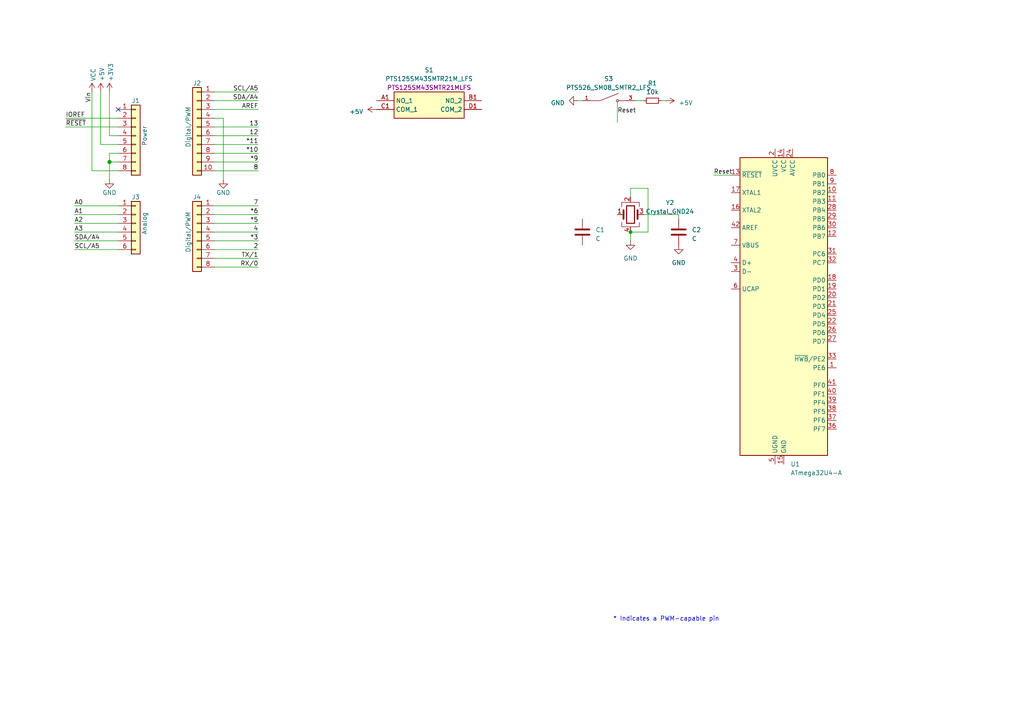
<source format=kicad_sch>
(kicad_sch (version 20230121) (generator eeschema)
  (paper "A4")
  (title_block (date "mar. 31 mars 2015"))
  (lib_symbols
    (symbol "+5V_1" (power) (pin_names (offset 0))
      (property "Value" "+5V_1" (at 0 3.556 0))
      (symbol "+5V_1_0_1"
        (polyline (pts (xy -0.762 1.27) (xy 0 2.54)))
        (polyline (pts (xy 0 0) (xy 0 2.54)))
        (polyline (pts (xy 0 2.54) (xy 0.762 1.27)))
      )
      (symbol "+5V_1_1_1"
        (pin power_in line (at 0 0 90) (length 0) hide (name "+5V") (number "1"))
      )
    )
    (symbol "+5V_2" (power) (pin_names (offset 0))
      (property "Value" "+5V_2" (at 0 3.556 0))
      (symbol "+5V_2_0_1"
        (polyline (pts (xy -0.762 1.27) (xy 0 2.54)))
        (polyline (pts (xy 0 0) (xy 0 2.54)))
        (polyline (pts (xy 0 2.54) (xy 0.762 1.27)))
      )
      (symbol "+5V_2_1_1"
        (pin power_in line (at 0 0 90) (length 0) hide (name "+5V") (number "1"))
      )
    )
    (symbol "Connector_Generic:Conn_01x06" (pin_names (offset 1.016) hide)
      (property "Reference" "J" (at 0 7.62 0))
      (property "Value" "Conn_01x06" (at 0 -10.16 0))
      (symbol "Conn_01x06_1_1"
        (rectangle (start -1.27 -7.493) (end 0 -7.747) (stroke (width 0.1524)))
        (rectangle (start -1.27 -4.953) (end 0 -5.207) (stroke (width 0.1524)))
        (rectangle (start -1.27 -2.413) (end 0 -2.667) (stroke (width 0.1524)))
        (rectangle (start -1.27 0.127) (end 0 -0.127) (stroke (width 0.1524)))
        (rectangle (start -1.27 2.667) (end 0 2.413) (stroke (width 0.1524)))
        (rectangle (start -1.27 5.207) (end 0 4.953) (stroke (width 0.1524)))
        (rectangle (start -1.27 6.35) (end 1.27 -8.89) (stroke (width 0.254)) (fill (type background)))
        (pin passive line (at -5.08 5.08 0) (length 3.81) (name "Pin_1") (number "1"))
        (pin passive line (at -5.08 2.54 0) (length 3.81) (name "Pin_2") (number "2"))
        (pin passive line (at -5.08 0 0) (length 3.81) (name "Pin_3") (number "3"))
        (pin passive line (at -5.08 -2.54 0) (length 3.81) (name "Pin_4") (number "4"))
        (pin passive line (at -5.08 -5.08 0) (length 3.81) (name "Pin_5") (number "5"))
        (pin passive line (at -5.08 -7.62 0) (length 3.81) (name "Pin_6") (number "6"))
      )
    )
    (symbol "Connector_Generic:Conn_01x08" (pin_names (offset 1.016) hide)
      (property "Reference" "J" (at 0 10.16 0))
      (property "Value" "Conn_01x08" (at 0 -12.7 0))
      (symbol "Conn_01x08_1_1"
        (rectangle (start -1.27 -10.033) (end 0 -10.287) (stroke (width 0.1524)))
        (rectangle (start -1.27 -7.493) (end 0 -7.747) (stroke (width 0.1524)))
        (rectangle (start -1.27 -4.953) (end 0 -5.207) (stroke (width 0.1524)))
        (rectangle (start -1.27 -2.413) (end 0 -2.667) (stroke (width 0.1524)))
        (rectangle (start -1.27 0.127) (end 0 -0.127) (stroke (width 0.1524)))
        (rectangle (start -1.27 2.667) (end 0 2.413) (stroke (width 0.1524)))
        (rectangle (start -1.27 5.207) (end 0 4.953) (stroke (width 0.1524)))
        (rectangle (start -1.27 7.747) (end 0 7.493) (stroke (width 0.1524)))
        (rectangle (start -1.27 8.89) (end 1.27 -11.43) (stroke (width 0.254)) (fill (type background)))
        (pin passive line (at -5.08 7.62 0) (length 3.81) (name "Pin_1") (number "1"))
        (pin passive line (at -5.08 5.08 0) (length 3.81) (name "Pin_2") (number "2"))
        (pin passive line (at -5.08 2.54 0) (length 3.81) (name "Pin_3") (number "3"))
        (pin passive line (at -5.08 0 0) (length 3.81) (name "Pin_4") (number "4"))
        (pin passive line (at -5.08 -2.54 0) (length 3.81) (name "Pin_5") (number "5"))
        (pin passive line (at -5.08 -5.08 0) (length 3.81) (name "Pin_6") (number "6"))
        (pin passive line (at -5.08 -7.62 0) (length 3.81) (name "Pin_7") (number "7"))
        (pin passive line (at -5.08 -10.16 0) (length 3.81) (name "Pin_8") (number "8"))
      )
    )
    (symbol "Connector_Generic:Conn_01x10" (pin_names (offset 1.016) hide)
      (property "Reference" "J" (at 0 12.7 0))
      (property "Value" "Conn_01x10" (at 0 -15.24 0))
      (symbol "Conn_01x10_1_1"
        (rectangle (start -1.27 -12.573) (end 0 -12.827) (stroke (width 0.1524)))
        (rectangle (start -1.27 -10.033) (end 0 -10.287) (stroke (width 0.1524)))
        (rectangle (start -1.27 -7.493) (end 0 -7.747) (stroke (width 0.1524)))
        (rectangle (start -1.27 -4.953) (end 0 -5.207) (stroke (width 0.1524)))
        (rectangle (start -1.27 -2.413) (end 0 -2.667) (stroke (width 0.1524)))
        (rectangle (start -1.27 0.127) (end 0 -0.127) (stroke (width 0.1524)))
        (rectangle (start -1.27 2.667) (end 0 2.413) (stroke (width 0.1524)))
        (rectangle (start -1.27 5.207) (end 0 4.953) (stroke (width 0.1524)))
        (rectangle (start -1.27 7.747) (end 0 7.493) (stroke (width 0.1524)))
        (rectangle (start -1.27 10.287) (end 0 10.033) (stroke (width 0.1524)))
        (rectangle (start -1.27 11.43) (end 1.27 -13.97) (stroke (width 0.254)) (fill (type background)))
        (pin passive line (at -5.08 10.16 0) (length 3.81) (name "Pin_1") (number "1"))
        (pin passive line (at -5.08 -12.7 0) (length 3.81) (name "Pin_10") (number "10"))
        (pin passive line (at -5.08 7.62 0) (length 3.81) (name "Pin_2") (number "2"))
        (pin passive line (at -5.08 5.08 0) (length 3.81) (name "Pin_3") (number "3"))
        (pin passive line (at -5.08 2.54 0) (length 3.81) (name "Pin_4") (number "4"))
        (pin passive line (at -5.08 0 0) (length 3.81) (name "Pin_5") (number "5"))
        (pin passive line (at -5.08 -2.54 0) (length 3.81) (name "Pin_6") (number "6"))
        (pin passive line (at -5.08 -5.08 0) (length 3.81) (name "Pin_7") (number "7"))
        (pin passive line (at -5.08 -7.62 0) (length 3.81) (name "Pin_8") (number "8"))
        (pin passive line (at -5.08 -10.16 0) (length 3.81) (name "Pin_9") (number "9"))
      )
    )
    (symbol "Device:C" (pin_numbers hide) (pin_names (offset 0.254))
      (property "Reference" "C" (at 0.635 2.54 0))
      (property "Value" "C" (at 0.635 -2.54 0))
      (symbol "C_0_1"
        (polyline (pts (xy -2.032 -0.762) (xy 2.032 -0.762)) (stroke (width 0.508)))
        (polyline (pts (xy -2.032 0.762) (xy 2.032 0.762)) (stroke (width 0.508)))
      )
      (symbol "C_1_1"
        (pin passive line (at 0 3.81 270) (length 2.794) (name "~") (number "1"))
        (pin passive line (at 0 -3.81 90) (length 2.794) (name "~") (number "2"))
      )
    )
    (symbol "Device:Crystal_GND24" (pin_names (offset 1.016) hide)
      (property "Reference" "Y" (at 3.175 5.08 0))
      (property "Value" "Crystal_GND24" (at 3.175 3.175 0))
      (symbol "Crystal_GND24_0_1"
        (rectangle (start -1.143 2.54) (end 1.143 -2.54) (stroke (width 0.3048)))
        (polyline (pts (xy -2.54 0) (xy -2.032 0)))
        (polyline (pts (xy -2.032 -1.27) (xy -2.032 1.27)) (stroke (width 0.508)))
        (polyline (pts (xy 0 -3.81) (xy 0 -3.556)))
        (polyline (pts (xy 0 3.556) (xy 0 3.81)))
        (polyline (pts (xy 2.032 -1.27) (xy 2.032 1.27)) (stroke (width 0.508)))
        (polyline (pts (xy 2.032 0) (xy 2.54 0)))
        (polyline (pts (xy -2.54 -2.286) (xy -2.54 -3.556) (xy 2.54 -3.556) (xy 2.54 -2.286)))
        (polyline (pts (xy -2.54 2.286) (xy -2.54 3.556) (xy 2.54 3.556) (xy 2.54 2.286)))
      )
      (symbol "Crystal_GND24_1_1"
        (pin passive line (at -3.81 0 0) (length 1.27) (name "1") (number "1"))
        (pin passive line (at 0 5.08 270) (length 1.27) (name "2") (number "2"))
        (pin passive line (at 3.81 0 180) (length 1.27) (name "3") (number "3"))
        (pin passive line (at 0 -5.08 90) (length 1.27) (name "4") (number "4"))
      )
    )
    (symbol "Device:R_Small" (pin_numbers hide) (pin_names (offset 0.254) hide)
      (property "Reference" "R" (at 0.762 0.508 0))
      (property "Value" "R_Small" (at 0.762 -1.016 0))
      (symbol "R_Small_0_1"
        (rectangle (start -0.762 1.778) (end 0.762 -1.778) (stroke (width 0.2032)))
      )
      (symbol "R_Small_1_1"
        (pin passive line (at 0 2.54 270) (length 0.762) (name "~") (number "1"))
        (pin passive line (at 0 -2.54 90) (length 0.762) (name "~") (number "2"))
      )
    )
    (symbol "GND_1" (power) (pin_names (offset 0))
      (property "Value" "GND_1" (at 0 -3.81 0))
      (symbol "GND_1_0_1"
        (polyline (pts (xy 0 0) (xy 0 -1.27) (xy 1.27 -1.27) (xy 0 -2.54) (xy -1.27 -1.27) (xy 0 -1.27)))
      )
      (symbol "GND_1_1_1"
        (pin power_in line (at 0 0 270) (length 0) hide (name "GND") (number "1"))
      )
    )
    (symbol "GND_2" (power) (pin_names (offset 0))
      (property "Value" "GND_2" (at 0 -3.81 0))
      (symbol "GND_2_0_1"
        (polyline (pts (xy 0 0) (xy 0 -1.27) (xy 1.27 -1.27) (xy 0 -2.54) (xy -1.27 -1.27) (xy 0 -1.27)))
      )
      (symbol "GND_2_1_1"
        (pin power_in line (at 0 0 270) (length 0) hide (name "GND") (number "1"))
      )
    )
    (symbol "GND_3" (power) (pin_names (offset 0))
      (property "Value" "GND_3" (at 0 -3.81 0))
      (symbol "GND_3_0_1"
        (polyline (pts (xy 0 0) (xy 0 -1.27) (xy 1.27 -1.27) (xy 0 -2.54) (xy -1.27 -1.27) (xy 0 -1.27)))
      )
      (symbol "GND_3_1_1"
        (pin power_in line (at 0 0 270) (length 0) hide (name "GND") (number "1"))
      )
    )
    (symbol "MCU_Microchip_ATmega:ATmega32U4-A"
      (property "Reference" "U" (at -12.7 44.45 0))
      (property "Value" "ATmega32U4-A" (at 2.54 -44.45 0))
      (symbol "ATmega32U4-A_0_1"
        (rectangle (start -12.7 -43.18) (end 12.7 43.18) (stroke (width 0.254)) (fill (type background)))
      )
      (symbol "ATmega32U4-A_1_1"
        (pin bidirectional line (at 15.24 -17.78 180) (length 2.54) (name "PE6") (number "1"))
        (pin bidirectional line (at 15.24 33.02 180) (length 2.54) (name "PB2") (number "10"))
        (pin bidirectional line (at 15.24 30.48 180) (length 2.54) (name "PB3") (number "11"))
        (pin bidirectional line (at 15.24 20.32 180) (length 2.54) (name "PB7") (number "12"))
        (pin input line (at -15.24 38.1 0) (length 2.54) (name "~{RESET}") (number "13"))
        (pin power_in line (at 0 45.72 270) (length 2.54) (name "VCC") (number "14"))
        (pin power_in line (at 0 -45.72 90) (length 2.54) (name "GND") (number "15"))
        (pin output line (at -15.24 27.94 0) (length 2.54) (name "XTAL2") (number "16"))
        (pin input line (at -15.24 33.02 0) (length 2.54) (name "XTAL1") (number "17"))
        (pin bidirectional line (at 15.24 7.62 180) (length 2.54) (name "PD0") (number "18"))
        (pin bidirectional line (at 15.24 5.08 180) (length 2.54) (name "PD1") (number "19"))
        (pin power_in line (at -2.54 45.72 270) (length 2.54) (name "UVCC") (number "2"))
        (pin bidirectional line (at 15.24 2.54 180) (length 2.54) (name "PD2") (number "20"))
        (pin bidirectional line (at 15.24 0 180) (length 2.54) (name "PD3") (number "21"))
        (pin bidirectional line (at 15.24 -5.08 180) (length 2.54) (name "PD5") (number "22"))
        (pin passive line (at 0 -45.72 90) (length 2.54) hide (name "GND") (number "23"))
        (pin power_in line (at 2.54 45.72 270) (length 2.54) (name "AVCC") (number "24"))
        (pin bidirectional line (at 15.24 -2.54 180) (length 2.54) (name "PD4") (number "25"))
        (pin bidirectional line (at 15.24 -7.62 180) (length 2.54) (name "PD6") (number "26"))
        (pin bidirectional line (at 15.24 -10.16 180) (length 2.54) (name "PD7") (number "27"))
        (pin bidirectional line (at 15.24 27.94 180) (length 2.54) (name "PB4") (number "28"))
        (pin bidirectional line (at 15.24 25.4 180) (length 2.54) (name "PB5") (number "29"))
        (pin bidirectional line (at -15.24 10.16 0) (length 2.54) (name "D-") (number "3"))
        (pin bidirectional line (at 15.24 22.86 180) (length 2.54) (name "PB6") (number "30"))
        (pin bidirectional line (at 15.24 15.24 180) (length 2.54) (name "PC6") (number "31"))
        (pin bidirectional line (at 15.24 12.7 180) (length 2.54) (name "PC7") (number "32"))
        (pin bidirectional line (at 15.24 -15.24 180) (length 2.54) (name "~{HWB}/PE2") (number "33"))
        (pin passive line (at 0 45.72 270) (length 2.54) hide (name "VCC") (number "34"))
        (pin passive line (at 0 -45.72 90) (length 2.54) hide (name "GND") (number "35"))
        (pin bidirectional line (at 15.24 -35.56 180) (length 2.54) (name "PF7") (number "36"))
        (pin bidirectional line (at 15.24 -33.02 180) (length 2.54) (name "PF6") (number "37"))
        (pin bidirectional line (at 15.24 -30.48 180) (length 2.54) (name "PF5") (number "38"))
        (pin bidirectional line (at 15.24 -27.94 180) (length 2.54) (name "PF4") (number "39"))
        (pin bidirectional line (at -15.24 12.7 0) (length 2.54) (name "D+") (number "4"))
        (pin bidirectional line (at 15.24 -25.4 180) (length 2.54) (name "PF1") (number "40"))
        (pin bidirectional line (at 15.24 -22.86 180) (length 2.54) (name "PF0") (number "41"))
        (pin passive line (at -15.24 22.86 0) (length 2.54) (name "AREF") (number "42"))
        (pin passive line (at 0 -45.72 90) (length 2.54) hide (name "GND") (number "43"))
        (pin passive line (at 2.54 45.72 270) (length 2.54) hide (name "AVCC") (number "44"))
        (pin passive line (at -2.54 -45.72 90) (length 2.54) (name "UGND") (number "5"))
        (pin passive line (at -15.24 5.08 0) (length 2.54) (name "UCAP") (number "6"))
        (pin input line (at -15.24 17.78 0) (length 2.54) (name "VBUS") (number "7"))
        (pin bidirectional line (at 15.24 38.1 180) (length 2.54) (name "PB0") (number "8"))
        (pin bidirectional line (at 15.24 35.56 180) (length 2.54) (name "PB1") (number "9"))
      )
    )
    (symbol "PTS125_SMD_Button:PTS125SM43SMTR21M_LFS"
      (property "Reference" "S" (at 26.67 7.62 0))
      (property "Value" "PTS125SM43SMTR21M_LFS" (at 26.67 5.08 0))
      (symbol "PTS125SM43SMTR21M_LFS_1_1"
        (rectangle (start 5.08 2.54) (end 25.4 -5.08) (stroke (width 0.254)) (fill (type background)))
        (pin passive line (at 0 0 0) (length 5.08) (name "NO_1") (number "A1"))
        (pin passive line (at 30.48 0 180) (length 5.08) (name "NO_2") (number "B1"))
        (pin passive line (at 0 -2.54 0) (length 5.08) (name "COM_1") (number "C1"))
        (pin passive line (at 30.48 -2.54 180) (length 5.08) (name "COM_2") (number "D1"))
      )
    )
    (symbol "PTS526_SMD_Button:PTS526_SM08_SMTR2_LFS" (pin_names (offset 1.016))
      (property "Reference" "S" (at -2.54 2.54 0))
      (property "Value" "PTS526_SM08_SMTR2_LFS" (at -2.54 -2.54 0))
      (symbol "PTS526_SM08_SMTR2_LFS_0_0"
        (polyline (pts (xy -2.54 0) (xy -5.08 0)) (stroke (width 0.1524)))
        (polyline (pts (xy -2.54 0) (xy 2.794 2.1336)) (stroke (width 0.1524)))
        (polyline (pts (xy 5.08 0) (xy 2.921 0)) (stroke (width 0.1524)))
        (circle (center 2.54 0) (radius 0.3302) (stroke (width 0.1524)))
        (pin passive line (at -7.62 0 0) (length 2.54) (name "~") (number "1"))
        (pin passive line (at 7.62 0 180) (length 2.54) (name "~") (number "3"))
      )
    )
    (symbol "power:+3V3" (power) (pin_names (offset 0))
      (property "Value" "+3V3" (at 0 3.556 0))
      (symbol "+3V3_0_1"
        (polyline (pts (xy -0.762 1.27) (xy 0 2.54)))
        (polyline (pts (xy 0 0) (xy 0 2.54)))
        (polyline (pts (xy 0 2.54) (xy 0.762 1.27)))
      )
      (symbol "+3V3_1_1"
        (pin power_in line (at 0 0 90) (length 0) hide (name "+3V3") (number "1"))
      )
    )
    (symbol "power:+5V" (power) (pin_names (offset 0))
      (property "Value" "+5V" (at 0 3.556 0))
      (symbol "+5V_0_1"
        (polyline (pts (xy -0.762 1.27) (xy 0 2.54)))
        (polyline (pts (xy 0 0) (xy 0 2.54)))
        (polyline (pts (xy 0 2.54) (xy 0.762 1.27)))
      )
      (symbol "+5V_1_1"
        (pin power_in line (at 0 0 90) (length 0) hide (name "+5V") (number "1"))
      )
    )
    (symbol "power:GND" (power) (pin_names (offset 0))
      (property "Value" "GND" (at 0 -3.81 0))
      (symbol "GND_0_1"
        (polyline (pts (xy 0 0) (xy 0 -1.27) (xy 1.27 -1.27) (xy 0 -2.54) (xy -1.27 -1.27) (xy 0 -1.27)))
      )
      (symbol "GND_1_1"
        (pin power_in line (at 0 0 270) (length 0) hide (name "GND") (number "1"))
      )
    )
    (symbol "power:VCC" (power) (pin_names (offset 0))
      (property "Value" "VCC" (at 0 3.81 0))
      (symbol "VCC_0_1"
        (polyline (pts (xy -0.762 1.27) (xy 0 2.54)))
        (polyline (pts (xy 0 0) (xy 0 2.54)))
        (polyline (pts (xy 0 2.54) (xy 0.762 1.27)))
      )
      (symbol "VCC_1_1"
        (pin power_in line (at 0 0 90) (length 0) hide (name "VCC") (number "1"))
      )
    )
  )
  (junction (at 31.75 46.99) (diameter 1.016))
  (junction (at 182.88 67.31))
  (no_connect (at 34.29 31.75))
  (wire (pts (xy 62.23 77.47) (xy 74.93 77.47)))
  (wire (pts (xy 62.23 44.45) (xy 74.93 44.45)))
  (wire (pts (xy 62.23 26.67) (xy 74.93 26.67)))
  (wire (pts (xy 182.88 67.31) (xy 182.88 69.85)))
  (wire (pts (xy 31.75 44.45) (xy 31.75 46.99)))
  (wire (pts (xy 21.59 72.39) (xy 34.29 72.39)))
  (wire (pts (xy 31.75 46.99) (xy 31.75 52.07)))
  (wire (pts (xy 31.75 39.37) (xy 34.29 39.37)))
  (wire (pts (xy 29.21 41.91) (xy 34.29 41.91)))
  (wire (pts (xy 196.85 62.23) (xy 196.85 63.5)))
  (wire (pts (xy 29.21 26.67) (xy 29.21 41.91)))
  (wire (pts (xy 62.23 36.83) (xy 74.93 36.83)))
  (wire (pts (xy 31.75 26.67) (xy 31.75 39.37)))
  (wire (pts (xy 62.23 59.69) (xy 74.93 59.69)))
  (wire (pts (xy 34.29 59.69) (xy 21.59 59.69)))
  (wire (pts (xy 62.23 39.37) (xy 74.93 39.37)))
  (wire (pts (xy 62.23 62.23) (xy 74.93 62.23)))
  (wire (pts (xy 207.01 50.8) (xy 212.09 50.8)))
  (wire (pts (xy 62.23 46.99) (xy 74.93 46.99)))
  (wire (pts (xy 62.23 67.31) (xy 74.93 67.31)))
  (wire (pts (xy 19.05 34.29) (xy 34.29 34.29)))
  (wire (pts (xy 182.88 67.31) (xy 187.96 67.31)))
  (wire (pts (xy 167.64 29.21) (xy 168.91 29.21)))
  (wire (pts (xy 64.77 34.29) (xy 64.77 52.07)))
  (wire (pts (xy 62.23 31.75) (xy 74.93 31.75)))
  (wire (pts (xy 34.29 64.77) (xy 21.59 64.77)))
  (wire (pts (xy 19.05 36.83) (xy 34.29 36.83)))
  (wire (pts (xy 191.77 29.21) (xy 193.04 29.21)))
  (wire (pts (xy 186.69 62.23) (xy 196.85 62.23)))
  (wire (pts (xy 34.29 46.99) (xy 31.75 46.99)))
  (wire (pts (xy 179.07 29.21) (xy 179.07 35.56)))
  (wire (pts (xy 34.29 49.53) (xy 26.67 49.53)))
  (wire (pts (xy 184.15 29.21) (xy 186.69 29.21)))
  (wire (pts (xy 21.59 62.23) (xy 34.29 62.23)))
  (wire (pts (xy 182.88 54.61) (xy 187.96 54.61)))
  (wire (pts (xy 62.23 34.29) (xy 64.77 34.29)))
  (wire (pts (xy 34.29 44.45) (xy 31.75 44.45)))
  (wire (pts (xy 62.23 41.91) (xy 74.93 41.91)))
  (wire (pts (xy 187.96 54.61) (xy 187.96 67.31)))
  (wire (pts (xy 62.23 64.77) (xy 74.93 64.77)))
  (wire (pts (xy 182.88 57.15) (xy 182.88 54.61)))
  (wire (pts (xy 21.59 67.31) (xy 34.29 67.31)))
  (wire (pts (xy 62.23 29.21) (xy 74.93 29.21)))
  (wire (pts (xy 62.23 72.39) (xy 74.93 72.39)))
  (wire (pts (xy 62.23 69.85) (xy 74.93 69.85)))
  (wire (pts (xy 62.23 74.93) (xy 74.93 74.93)))
  (wire (pts (xy 26.67 49.53) (xy 26.67 26.67)))
  (wire (pts (xy 34.29 69.85) (xy 21.59 69.85)))
  (wire (pts (xy 62.23 49.53) (xy 74.93 49.53)))
  (text "* Indicates a PWM-capable pin" (at 177.8 180.34 0) (effects (font (size 1.27 1.27)) (justify left bottom)))
  (label "RX{slash}0" (at 74.93 77.47 180))
  (label "Reset" (at 207.01 50.8 0))
  (label "A2" (at 21.59 64.77 0))
  (label "4" (at 74.93 67.31 180))
  (label "2" (at 74.93 72.39 180))
  (label "A3" (at 21.59 67.31 0))
  (label "13" (at 74.93 36.83 180))
  (label "12" (at 74.93 39.37 180))
  (label "~{RESET}" (at 19.05 36.83 0))
  (label "Reset" (at 179.07 33.02 0))
  (label "*10" (at 74.93 44.45 180))
  (label "7" (at 74.93 59.69 180))
  (label "SDA{slash}A4" (at 74.93 29.21 180))
  (label "8" (at 74.93 49.53 180))
  (label "*11" (at 74.93 41.91 180))
  (label "*3" (at 74.93 69.85 180))
  (label "A1" (at 21.59 62.23 0))
  (label "TX{slash}1" (at 74.93 74.93 180))
  (label "A0" (at 21.59 59.69 0))
  (label "AREF" (at 74.93 31.75 180))
  (label "Vin" (at 26.67 26.67 270))
  (label "*6" (at 74.93 62.23 180))
  (label "SCL{slash}A5" (at 74.93 26.67 180))
  (label "*9" (at 74.93 46.99 180))
  (label "*5" (at 74.93 64.77 180))
  (label "IOREF" (at 19.05 34.29 0))
  (label "SDA{slash}A4" (at 21.59 69.85 0))
  (label "SCL{slash}A5" (at 21.59 72.39 0))
  (symbol (lib_id "Connector_Generic:Conn_01x08") (at 39.37 39.37 0) (unit 1)
    (property "Reference" "J1" (at 39.37 29.21 0))
    (property "Value" "Power" (at 41.91 39.37 90))
    (property "Footprint" "Connector_PinSocket_2.54mm:PinSocket_1x08_P2.54mm_Vertical" (effects hide))
  )
  (symbol (lib_id "power:+3V3") (at 31.75 26.67 0) (unit 1)
    (property "Reference" "#PWR03" (effects hide))
    (property "Value" "+3.3V" (at 32.131 23.622 90) (effects (justify left)))
  )
  (symbol (lib_id "power:+5V") (at 29.21 26.67 0) (unit 1)
    (property "Reference" "#PWR02" (effects hide))
    (property "Value" "+5V" (at 29.5656 23.622 90) (effects (justify left)))
  )
  (symbol (lib_id "power:GND") (at 31.75 52.07 0) (unit 1)
    (property "Reference" "#PWR04" (effects hide))
    (property "Value" "GND" (at 31.75 55.88 0))
  )
  (symbol (lib_id "Connector_Generic:Conn_01x10") (at 57.15 36.83 0) (mirror y) (unit 1)
    (property "Reference" "J2" (at 57.15 24.13 0))
    (property "Value" "Digital/PWM" (at 54.61 36.83 90))
    (property "Footprint" "Connector_PinSocket_2.54mm:PinSocket_1x10_P2.54mm_Vertical" (effects hide))
  )
  (symbol (lib_id "power:GND") (at 64.77 52.07 0) (unit 1)
    (property "Reference" "#PWR05" (effects hide))
    (property "Value" "GND" (at 64.77 55.88 0))
  )
  (symbol (lib_id "Connector_Generic:Conn_01x06") (at 39.37 64.77 0) (unit 1)
    (property "Reference" "J3" (at 39.37 57.15 0))
    (property "Value" "Analog" (at 41.91 64.77 90))
    (property "Footprint" "Connector_PinSocket_2.54mm:PinSocket_1x06_P2.54mm_Vertical" (effects hide))
  )
  (symbol (lib_id "Connector_Generic:Conn_01x08") (at 57.15 67.31 0) (mirror y) (unit 1)
    (property "Reference" "J4" (at 57.15 57.15 0))
    (property "Value" "Digital/PWM" (at 54.61 67.31 90))
    (property "Footprint" "Connector_PinSocket_2.54mm:PinSocket_1x08_P2.54mm_Vertical" (effects hide))
  )
  (symbol (lib_name "+5V_2") (lib_id "power:+5V") (at 109.22 31.75 90) (unit 1)
    (property "Reference" "#PWR07" (effects hide))
    (property "Value" "+5V" (at 105.41 32.385 90) (effects (justify left)))
  )
  (symbol (lib_id "Device:R_Small") (at 189.23 29.21 90) (unit 1)
    (property "Reference" "R1" (at 189.23 24.13 90))
    (property "Value" "10k" (at 189.23 26.67 90))
  )
  (symbol (lib_id "Device:C") (at 168.91 67.31 0) (unit 1)
    (property "Reference" "C1" (at 172.72 66.675 0) (effects (justify left)))
    (property "Value" "C" (at 172.72 69.215 0) (effects (justify left)))
  )
  (symbol (lib_id "power:VCC") (at 26.67 26.67 0) (unit 1)
    (property "Reference" "#PWR01" (effects hide))
    (property "Value" "VCC" (at 27.051 23.622 90) (effects (justify left)))
  )
  (symbol (lib_name "+5V_1") (lib_id "power:+5V") (at 193.04 29.21 270) (unit 1)
    (property "Reference" "#PWR08" (effects hide))
    (property "Value" "+5V" (at 196.85 29.845 90) (effects (justify left)))
  )
  (symbol (lib_id "PTS526_SMD_Button:PTS526_SM08_SMTR2_LFS") (at 176.53 29.21 0) (unit 1)
    (property "Reference" "S3" (at 176.53 22.86 0))
    (property "Value" "PTS526_SM08_SMTR2_LFS" (at 176.53 25.4 0))
    (property "Footprint" "SW_PTS526_SM08_SMTR2_LFS" (effects hide))
    (property "STANDARD" "Manufacturer Recommendations" (effects hide))
    (property "MANUFACTURER" "C&K" (effects hide))
    (property "PARTREV" "20 mar 19" (effects hide))
    (property "MAXIMUM_PACKAGE_HEIGHT" "0.95mm" (effects hide))
  )
  (symbol (lib_name "GND_1") (lib_id "power:GND") (at 167.64 29.21 270) (unit 1)
    (property "Reference" "#PWR06" (effects hide))
    (property "Value" "GND" (at 163.83 29.845 90) (effects (justify right)))
  )
  (symbol (lib_id "MCU_Microchip_ATmega:ATmega32U4-A") (at 227.33 88.9 0) (unit 1)
    (property "Reference" "U1" (at 229.2859 134.62 0) (effects (justify left)))
    (property "Value" "ATmega32U4-A" (at 229.2859 137.16 0) (effects (justify left)))
    (property "Footprint" "Package_QFP:TQFP-44_10x10mm_P0.8mm" (effects hide))
    (property "Datasheet" "http://ww1.microchip.com/downloads/en/DeviceDoc/Atmel-7766-8-bit-AVR-ATmega16U4-32U4_Datasheet.pdf" (effects hide))
  )
  (symbol (lib_name "GND_3") (lib_id "power:GND") (at 196.85 71.12 0) (unit 1)
    (property "Reference" "#PWR010" (effects hide))
    (property "Value" "GND" (at 196.85 76.2 0))
  )
  (symbol (lib_id "Device:C") (at 196.85 67.31 0) (unit 1)
    (property "Reference" "C2" (at 200.66 66.675 0) (effects (justify left)))
    (property "Value" "C" (at 200.66 69.215 0) (effects (justify left)))
  )
  (symbol (lib_name "GND_2") (lib_id "power:GND") (at 182.88 69.85 0) (unit 1)
    (property "Reference" "#PWR09" (effects hide))
    (property "Value" "GND" (at 182.88 74.93 0))
  )
  (symbol (lib_id "PTS125_SMD_Button:PTS125SM43SMTR21M_LFS") (at 109.22 29.21 0) (unit 1)
    (property "Reference" "S1" (at 124.46 20.32 0))
    (property "Value" "PTS125SM43SMTR21M_LFS" (at 124.46 22.86 0))
    (property "Footprint" "PTS125SM43SMTR21MLFS" (at 124.46 25.4 0))
    (property "Datasheet" "https://www.ckswitches.com/media/1462/pts125.pdf" (effects hide))
    (property "Height" "4.3" (effects hide))
    (property "Manufacturer_Name" "C & K COMPONENTS" (effects hide))
    (property "Manufacturer_Part_Number" "PTS125SM43SMTR21M LFS" (effects hide))
    (property "Mouser Part Number" "611-PTS125S43SMTRLFS" (effects hide))
    (property "Mouser Price/Stock" "https://www.mouser.co.uk/ProductDetail/CK/PTS125SM43SMTR21M-LFS?qs=t7xnP681wgUNXpRGJY2Vkw%3D%3D" (effects hide))
  )
  (symbol (lib_id "Device:Crystal_GND24") (at 182.88 62.23 0) (unit 1)
    (property "Reference" "Y2" (at 194.31 58.8011 0))
    (property "Value" "Crystal_GND24" (at 194.31 61.3411 0))
  )
)
</source>
